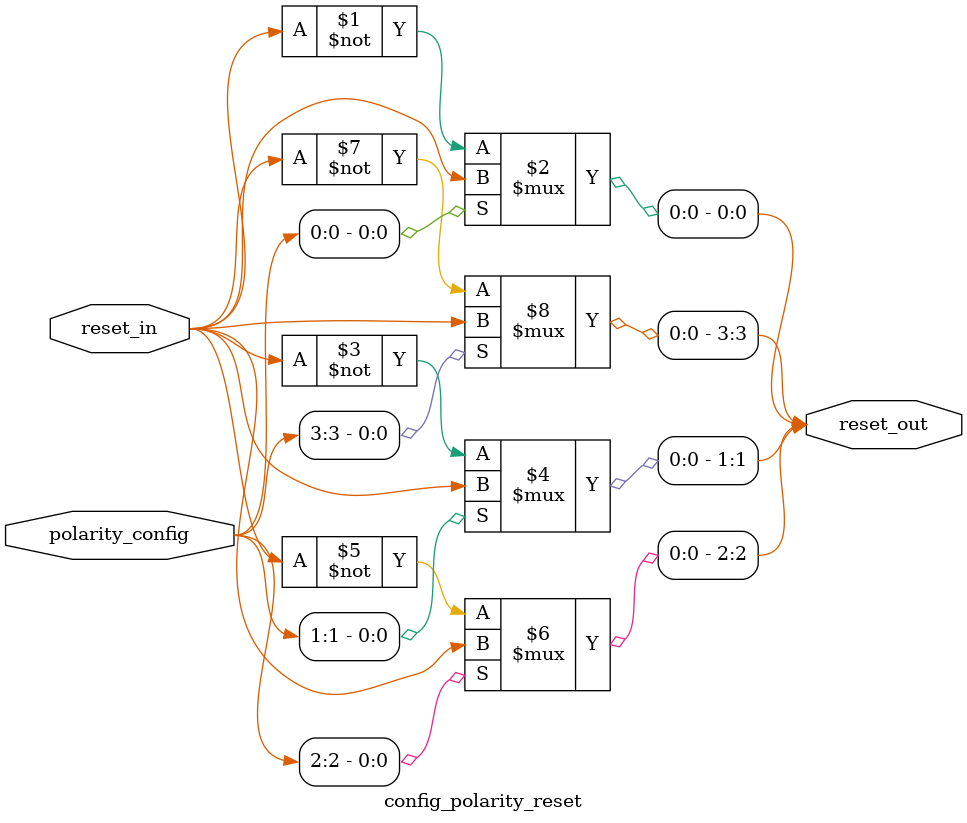
<source format=sv>
module config_polarity_reset #(
    parameter CHANNELS = 4
)(
    input wire reset_in,
    input wire [CHANNELS-1:0] polarity_config,
    output wire [CHANNELS-1:0] reset_out
);
    genvar i;
    generate
        for (i = 0; i < CHANNELS; i = i + 1) begin: reset_gen
            assign reset_out[i] = polarity_config[i] ? reset_in : ~reset_in;
        end
    endgenerate
endmodule

</source>
